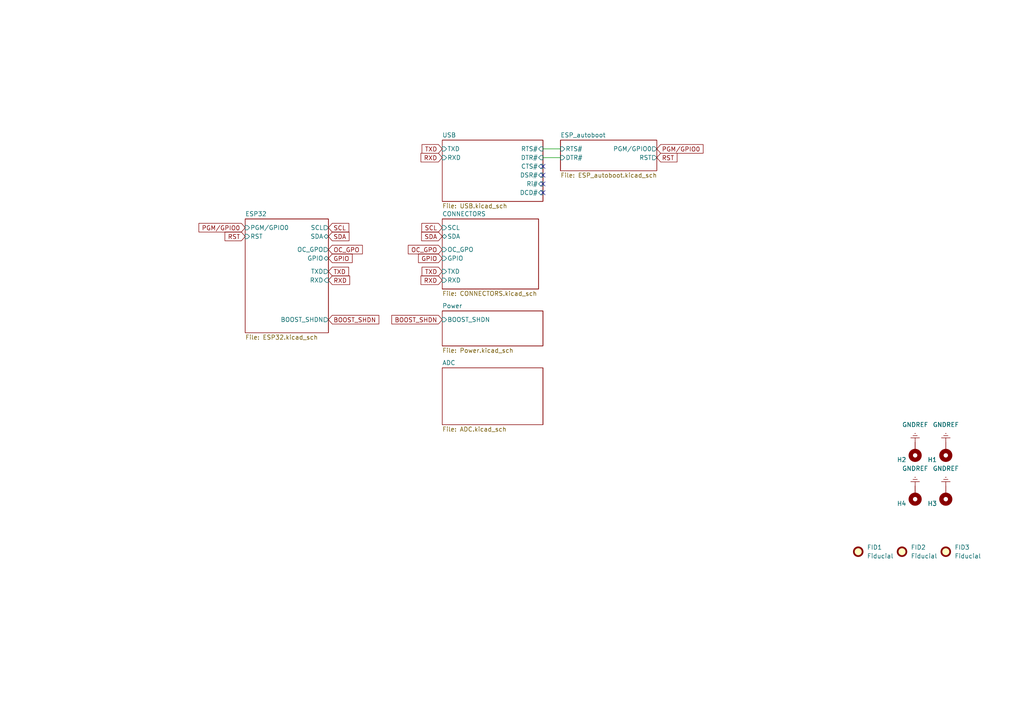
<source format=kicad_sch>
(kicad_sch (version 20230121) (generator eeschema)
  (paper "A4")
  (lib_symbols
    (symbol "Mechanical:Fiducial"
      (property "Reference" "FID" (at 0 5.08 0))
      (property "Value" "Fiducial" (at 0 3.175 0))
      (symbol "Fiducial_0_1"
        (circle (center 0 0) (radius 1.27) (stroke (width 0.508)) (fill (type background)))
      )
    )
    (symbol "Mechanical:MountingHole_Pad" (pin_numbers hide) (pin_names (offset 1.016) hide)
      (property "Reference" "H" (at 0 6.35 0))
      (property "Value" "MountingHole_Pad" (at 0 4.445 0))
      (symbol "MountingHole_Pad_0_1"
        (circle (center 0 1.27) (radius 1.27) (stroke (width 1.27)))
      )
      (symbol "MountingHole_Pad_1_1"
        (pin input line (at 0 -2.54 90) (length 2.54) (name "1") (number "1"))
      )
    )
    (symbol "power:GNDREF" (power) (pin_names (offset 0))
      (property "Value" "GNDREF" (at 0 -3.81 0))
      (symbol "GNDREF_0_1"
        (polyline (pts (xy -0.635 -1.905) (xy 0.635 -1.905)))
        (polyline (pts (xy -0.127 -2.54) (xy 0.127 -2.54)))
        (polyline (pts (xy 0 -1.27) (xy 0 0)))
        (polyline (pts (xy 1.27 -1.27) (xy -1.27 -1.27)))
      )
      (symbol "GNDREF_1_1"
        (pin power_in line (at 0 0 270) (length 0) hide (name "GNDREF") (number "1"))
      )
    )
  )
  (no_connect (at 157.48 50.8))
  (no_connect (at 157.48 48.26))
  (no_connect (at 157.48 55.88))
  (no_connect (at 157.48 53.34))
  (wire (pts (xy 157.48 43.18) (xy 162.56 43.18)))
  (wire (pts (xy 157.48 45.72) (xy 162.56 45.72)))
  (global_label "RXD" (shape input) (at 128.27 45.72 180) (property "Intersheetrefs" "${INTERSHEET_REFS}" (effects hide)))
  (global_label "GPIO" (shape input) (at 128.27 74.93 180) (property "Intersheetrefs" "${INTERSHEET_REFS}" (effects hide)))
  (global_label "SCL" (shape input) (at 95.25 66.04 0) (property "Intersheetrefs" "${INTERSHEET_REFS}" (effects hide)))
  (global_label "TXD" (shape input) (at 95.25 78.74 0) (property "Intersheetrefs" "${INTERSHEET_REFS}" (effects hide)))
  (global_label "SDA" (shape input) (at 128.27 68.58 180) (property "Intersheetrefs" "${INTERSHEET_REFS}" (effects hide)))
  (global_label "TXD" (shape input) (at 128.27 78.74 180) (property "Intersheetrefs" "${INTERSHEET_REFS}" (effects hide)))
  (global_label "TXD" (shape input) (at 128.27 43.18 180) (property "Intersheetrefs" "${INTERSHEET_REFS}" (effects hide)))
  (global_label "SDA" (shape input) (at 95.25 68.58 0) (property "Intersheetrefs" "${INTERSHEET_REFS}" (effects hide)))
  (global_label "BOOST_SHDN" (shape input) (at 95.25 92.71 0) (property "Intersheetrefs" "${INTERSHEET_REFS}" (effects hide)))
  (global_label "SCL" (shape input) (at 128.27 66.04 180) (property "Intersheetrefs" "${INTERSHEET_REFS}" (effects hide)))
  (global_label "PGM{slash}GPIO0" (shape input) (at 190.5 43.18 0) (property "Intersheetrefs" "${INTERSHEET_REFS}" (effects hide)))
  (global_label "BOOST_SHDN" (shape input) (at 128.27 92.71 180) (property "Intersheetrefs" "${INTERSHEET_REFS}" (effects hide)))
  (global_label "RST" (shape input) (at 71.12 68.58 180) (property "Intersheetrefs" "${INTERSHEET_REFS}" (effects hide)))
  (global_label "GPIO" (shape input) (at 95.25 74.93 0) (property "Intersheetrefs" "${INTERSHEET_REFS}" (effects hide)))
  (global_label "OC_GPO" (shape input) (at 128.27 72.39 180) (property "Intersheetrefs" "${INTERSHEET_REFS}" (effects hide)))
  (global_label "RXD" (shape input) (at 128.27 81.28 180) (property "Intersheetrefs" "${INTERSHEET_REFS}" (effects hide)))
  (global_label "OC_GPO" (shape input) (at 95.25 72.39 0) (property "Intersheetrefs" "${INTERSHEET_REFS}" (effects hide)))
  (global_label "RST" (shape input) (at 190.5 45.72 0) (property "Intersheetrefs" "${INTERSHEET_REFS}" (effects hide)))
  (global_label "PGM{slash}GPIO0" (shape input) (at 71.12 66.04 180) (property "Intersheetrefs" "${INTERSHEET_REFS}" (effects hide)))
  (global_label "RXD" (shape input) (at 95.25 81.28 0) (property "Intersheetrefs" "${INTERSHEET_REFS}" (effects hide)))
  (symbol (lib_id "Mechanical:Fiducial") (at 248.92 160.02 0) (unit 1)
    (property "Reference" "FID1" (at 251.46 158.7499 0) (effects (justify left)))
    (property "Value" "Fiducial" (at 251.46 161.2899 0) (effects (justify left)))
    (property "Footprint" "Fiducial:Fiducial_1mm_Mask2mm" (effects hide))
  )
  (symbol (lib_id "power:GNDREF") (at 274.32 128.27 180) (unit 1)
    (property "Reference" "#PWR09" (effects hide))
    (property "Value" "GNDREF" (at 274.32 123.19 0))
  )
  (symbol (lib_id "Mechanical:Fiducial") (at 274.32 160.02 0) (unit 1)
    (property "Reference" "FID3" (at 276.86 158.7499 0) (effects (justify left)))
    (property "Value" "Fiducial" (at 276.86 161.2899 0) (effects (justify left)))
    (property "Footprint" "Fiducial:Fiducial_1mm_Mask2mm" (effects hide))
  )
  (symbol (lib_id "power:GNDREF") (at 265.43 128.27 180) (unit 1)
    (property "Reference" "#PWR048" (effects hide))
    (property "Value" "GNDREF" (at 265.43 123.19 0))
  )
  (symbol (lib_id "Mechanical:MountingHole_Pad") (at 265.43 130.81 180) (unit 1)
    (property "Reference" "H2" (at 262.89 133.3501 0) (effects (justify left)))
    (property "Value" "MountingHole_Pad" (effects hide))
    (property "Footprint" "MountingHole:MountingHole_2.5mm_Pad_Via" (effects hide))
  )
  (symbol (lib_id "Mechanical:MountingHole_Pad") (at 274.32 143.51 180) (unit 1)
    (property "Reference" "H3" (at 271.78 146.0501 0) (effects (justify left)))
    (property "Value" "MountingHole_Pad" (effects hide))
    (property "Footprint" "MountingHole:MountingHole_2.5mm_Pad_Via" (effects hide))
  )
  (symbol (lib_id "power:GNDREF") (at 274.32 140.97 180) (unit 1)
    (property "Reference" "#PWR054" (effects hide))
    (property "Value" "GNDREF" (at 274.32 135.89 0))
  )
  (symbol (lib_id "power:GNDREF") (at 265.43 140.97 180) (unit 1)
    (property "Reference" "#PWR04" (effects hide))
    (property "Value" "GNDREF" (at 265.43 135.89 0))
  )
  (symbol (lib_id "Mechanical:MountingHole_Pad") (at 274.32 130.81 180) (unit 1)
    (property "Reference" "H1" (at 271.78 133.3501 0) (effects (justify left)))
    (property "Value" "MountingHole_Pad" (effects hide))
    (property "Footprint" "MountingHole:MountingHole_2.5mm" (effects hide))
  )
  (symbol (lib_id "Mechanical:Fiducial") (at 261.62 160.02 0) (unit 1)
    (property "Reference" "FID2" (at 264.16 158.7499 0) (effects (justify left)))
    (property "Value" "Fiducial" (at 264.16 161.2899 0) (effects (justify left)))
    (property "Footprint" "Fiducial:Fiducial_1mm_Mask2mm" (effects hide))
  )
  (symbol (lib_id "Mechanical:MountingHole_Pad") (at 265.43 143.51 180) (unit 1)
    (property "Reference" "H4" (at 262.89 146.0501 0) (effects (justify left)))
    (property "Value" "MountingHole_Pad" (effects hide))
    (property "Footprint" "MountingHole:MountingHole_2.5mm" (effects hide))
  )
  (sheet (at 128.27 63.5) (size 27.94 20.32) (stroke (width 0.1524))
    (property "Sheetname" "CONNECTORS" (at 128.27 62.7884 0) (effects (justify left bottom)))
    (property "Sheetfile" "CONNECTORS.kicad_sch" (at 128.27 84.4046 0) (effects (justify left top)))
    (pin "SCL" input (at 128.27 66.04 180))
    (pin "SDA" bidirectional (at 128.27 68.58 180))
    (pin "OC_GPO" input (at 128.27 72.39 180))
    (pin "GPIO" input (at 128.27 74.93 180))
    (pin "TXD" input (at 128.27 78.74 180))
    (pin "RXD" input (at 128.27 81.28 180))
  )
  (sheet (at 128.27 40.64) (size 29.21 17.78) (stroke (width 0.1524))
    (property "Sheetname" "USB" (at 128.27 39.9284 0) (effects (justify left bottom)))
    (property "Sheetfile" "USB.kicad_sch" (at 128.27 59.0046 0) (effects (justify left top)))
    (pin "DCD#" input (at 157.48 55.88 0))
    (pin "CTS#" input (at 157.48 48.26 0))
    (pin "TXD" input (at 128.27 43.18 180))
    (pin "DTR#" input (at 157.48 45.72 0))
    (pin "DSR#" input (at 157.48 50.8 0))
    (pin "Ri#" input (at 157.48 53.34 0))
    (pin "RTS#" input (at 157.48 43.18 0))
    (pin "RXD" input (at 128.27 45.72 180))
  )
  (sheet (at 71.12 63.5) (size 24.13 33.02) (stroke (width 0.1524))
    (property "Sheetname" "ESP32" (at 71.12 62.7884 0) (effects (justify left bottom)))
    (property "Sheetfile" "ESP32.kicad_sch" (at 71.12 97.1046 0) (effects (justify left top)))
    (pin "RXD" input (at 95.25 81.28 0))
    (pin "TXD" output (at 95.25 78.74 0))
    (pin "OC_GPO" output (at 95.25 72.39 0))
    (pin "GPIO" bidirectional (at 95.25 74.93 0))
    (pin "SCL" output (at 95.25 66.04 0))
    (pin "PGM{slash}GPIO0" input (at 71.12 66.04 180))
    (pin "RST" input (at 71.12 68.58 180))
    (pin "SDA" bidirectional (at 95.25 68.58 0))
    (pin "BOOST_SHDN" output (at 95.25 92.71 0))
  )
  (sheet (at 128.27 106.68) (size 29.21 16.51) (stroke (width 0.1524))
    (property "Sheetname" "ADC" (at 128.27 105.9684 0) (effects (justify left bottom)))
    (property "Sheetfile" "ADC.kicad_sch" (at 128.27 123.7746 0) (effects (justify left top)))
  )
  (sheet (at 162.56 40.64) (size 27.94 8.89) (stroke (width 0.1524))
    (property "Sheetname" "ESP_autoboot" (at 162.56 39.9284 0) (effects (justify left bottom)))
    (property "Sheetfile" "ESP_autoboot.kicad_sch" (at 162.56 50.1146 0) (effects (justify left top)))
    (pin "RTS#" input (at 162.56 43.18 180))
    (pin "DTR#" input (at 162.56 45.72 180))
    (pin "PGM{slash}GPIO0" output (at 190.5 43.18 0))
    (pin "RST" output (at 190.5 45.72 0))
  )
  (sheet (at 128.27 90.17) (size 29.21 10.16) (stroke (width 0.1524))
    (property "Sheetname" "Power" (at 128.27 89.4584 0) (effects (justify left bottom)))
    (property "Sheetfile" "Power.kicad_sch" (at 128.27 100.9146 0) (effects (justify left top)))
    (pin "BOOST_SHDN" input (at 128.27 92.71 180))
  )
)
</source>
